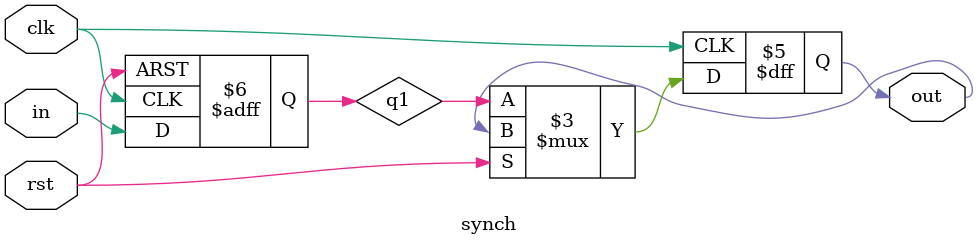
<source format=v>
`timescale 1ns / 1ps


module synch(input clk, rst, in, output out);
reg out, q1,q2;
always@(posedge clk, posedge rst) begin
 if(rst == 1'b1) begin
 q1 <= 0;
 q2 <= 0;
 end
 else begin
 q1 <= in;
 out <= q1;
 end
end
endmodule



</source>
